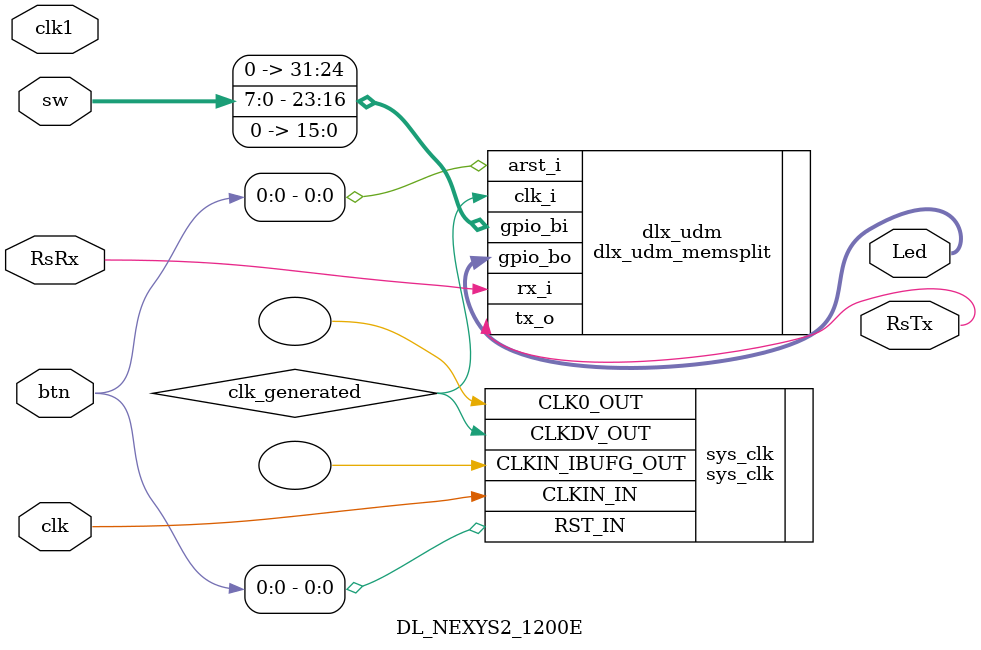
<source format=v>
module DL_NEXYS2_1200E
(
	input 	clk, clk1,

	input 	[7:0] sw,
	input	[3:0] btn,
	output 	[7:0] Led,

	input 	RsRx,
	output	RsTx
);

wire clk_generated;

sys_clk sys_clk(
	.CLKIN_IN(clk), 
	.RST_IN(btn[0]), 
	.CLKDV_OUT(clk_generated),
	.CLKIN_IBUFG_OUT(), 	
	.CLK0_OUT()
);

dlx_udm_memsplit
#(
	//.mem_data("../../../../activecore/dlx/sw/io_heartbeat/io_heartbeat.hex"),
	.mem_data("../../../../activecore/dlx/sw/io_heartbeat_variable/io_heartbeat_variable.hex"),
	.mem_size(1024)
) dlx_udm
(
	.clk_i(clk_generated),
	.arst_i(btn[0]),
	.rx_i(RsRx),
	.tx_o(RsTx),
	.gpio_bi({8'h0, sw, 16'h0}),
	.gpio_bo(Led)
);

endmodule

</source>
